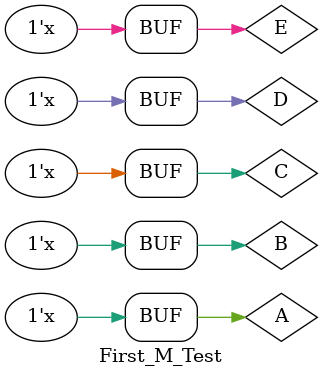
<source format=v>
`timescale 1ns / 1ps


module First_M_Test;
    reg      A,B,C,D,E;
    wire     F;
    First_M  The_UUT(A,B,C,D,E,F);
    
    initial {A,B,C,D,E} = 5'b0;  
    always 
    begin
        #100;
        {A,B,C,D,E} = {A,B,C,D,E} + 1'b1;
    end
endmodule


</source>
